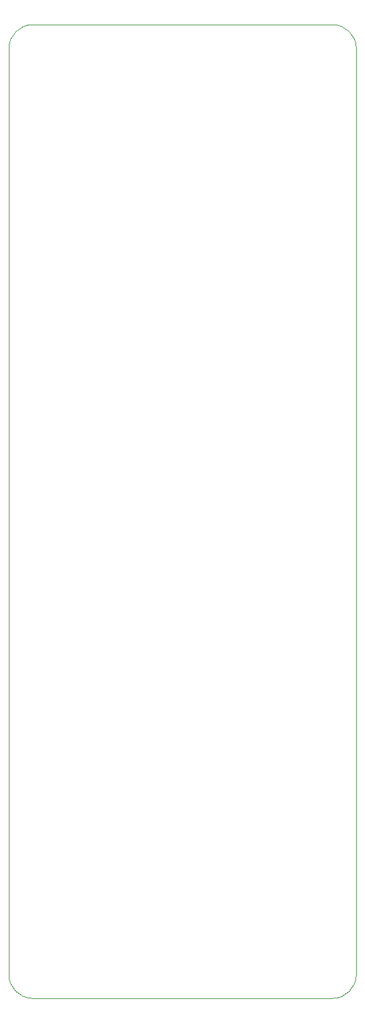
<source format=gbr>
%TF.GenerationSoftware,KiCad,Pcbnew,7.0.10*%
%TF.CreationDate,2024-04-30T16:54:11+09:00*%
%TF.ProjectId,Panel_board,50616e65-6c5f-4626-9f61-72642e6b6963,rev?*%
%TF.SameCoordinates,Original*%
%TF.FileFunction,Profile,NP*%
%FSLAX46Y46*%
G04 Gerber Fmt 4.6, Leading zero omitted, Abs format (unit mm)*
G04 Created by KiCad (PCBNEW 7.0.10) date 2024-04-30 16:54:11*
%MOMM*%
%LPD*%
G01*
G04 APERTURE LIST*
%TA.AperFunction,Profile*%
%ADD10C,0.050000*%
%TD*%
G04 APERTURE END LIST*
D10*
X-27076000Y-124000000D02*
G75*
G03*
X-23876000Y-127200000I3199999J-1D01*
G01*
X16231000Y-127200000D02*
G75*
G03*
X19431000Y-124000000I0J3200000D01*
G01*
X-23876000Y3200000D02*
G75*
G03*
X-27076000Y0I-1J-3199999D01*
G01*
X19431000Y-124000000D02*
X19431000Y0D01*
X-27076000Y0D02*
X-27076000Y-124000000D01*
X-23876000Y-127200000D02*
X16231000Y-127200000D01*
X16231000Y3200000D02*
X-23876000Y3200000D01*
X19431000Y0D02*
G75*
G03*
X16231000Y3200000I-3200000J0D01*
G01*
M02*

</source>
